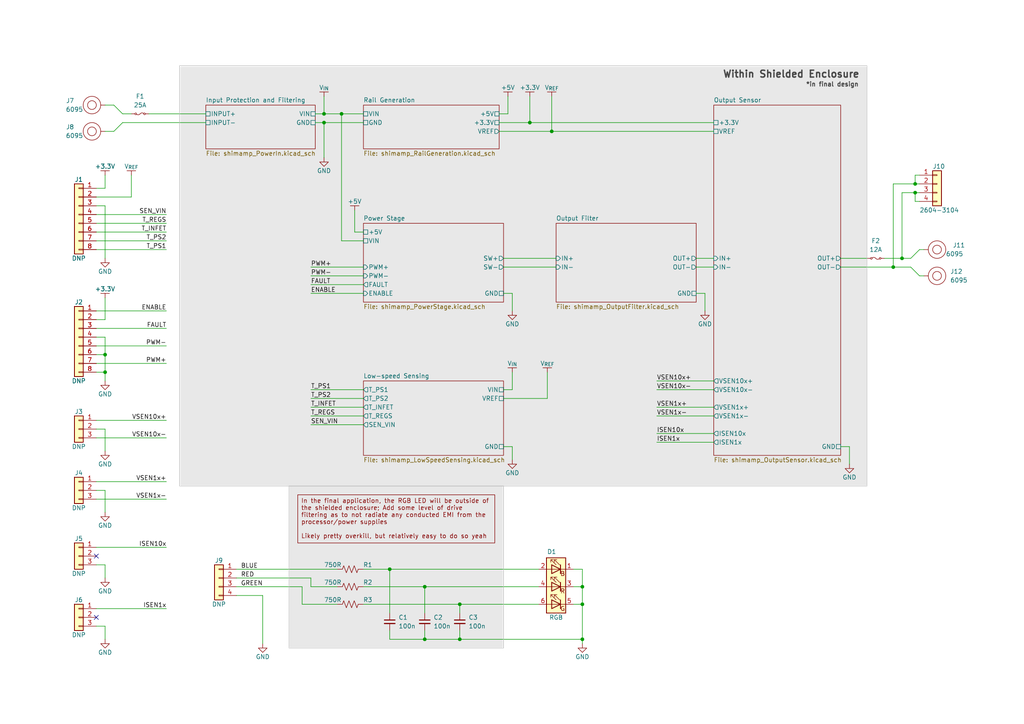
<source format=kicad_sch>
(kicad_sch (version 20230121) (generator eeschema)
  (paper "A4")
  (title_block (title "Shim Amplifier Prototype") (date "2023-08-01") (rev "A.1") (company "Ishaan Govindarajan"))
  (lib_symbols
    (symbol "Connector_Generic:Conn_01x03" (pin_names (offset 1.016) hide)
      (property "Reference" "J" (at 0 5.08 0))
      (property "Value" "Conn_01x03" (at 0 -5.08 0))
      (symbol "Conn_01x03_1_1"
        (rectangle (start -1.27 -2.413) (end 0 -2.667) (stroke (width 0.1524)))
        (rectangle (start -1.27 0.127) (end 0 -0.127) (stroke (width 0.1524)))
        (rectangle (start -1.27 2.667) (end 0 2.413) (stroke (width 0.1524)))
        (rectangle (start -1.27 3.81) (end 1.27 -3.81) (stroke (width 0.254)) (fill (type background)))
        (pin passive line (at -5.08 2.54 0) (length 3.81) (name "Pin_1") (number "1"))
        (pin passive line (at -5.08 0 0) (length 3.81) (name "Pin_2") (number "2"))
        (pin passive line (at -5.08 -2.54 0) (length 3.81) (name "Pin_3") (number "3"))
      )
    )
    (symbol "Connector_Generic:Conn_01x04" (pin_names (offset 1.016) hide)
      (property "Reference" "J" (at 0 5.08 0))
      (property "Value" "Conn_01x04" (at 0 -7.62 0))
      (symbol "Conn_01x04_1_1"
        (rectangle (start -1.27 -4.953) (end 0 -5.207) (stroke (width 0.1524)))
        (rectangle (start -1.27 -2.413) (end 0 -2.667) (stroke (width 0.1524)))
        (rectangle (start -1.27 0.127) (end 0 -0.127) (stroke (width 0.1524)))
        (rectangle (start -1.27 2.667) (end 0 2.413) (stroke (width 0.1524)))
        (rectangle (start -1.27 3.81) (end 1.27 -6.35) (stroke (width 0.254)) (fill (type background)))
        (pin passive line (at -5.08 2.54 0) (length 3.81) (name "Pin_1") (number "1"))
        (pin passive line (at -5.08 0 0) (length 3.81) (name "Pin_2") (number "2"))
        (pin passive line (at -5.08 -2.54 0) (length 3.81) (name "Pin_3") (number "3"))
        (pin passive line (at -5.08 -5.08 0) (length 3.81) (name "Pin_4") (number "4"))
      )
    )
    (symbol "Connector_Generic:Conn_01x08" (pin_names (offset 1.016) hide)
      (property "Reference" "J" (at 0 10.16 0))
      (property "Value" "Conn_01x08" (at 0 -12.7 0))
      (symbol "Conn_01x08_1_1"
        (rectangle (start -1.27 -10.033) (end 0 -10.287) (stroke (width 0.1524)))
        (rectangle (start -1.27 -7.493) (end 0 -7.747) (stroke (width 0.1524)))
        (rectangle (start -1.27 -4.953) (end 0 -5.207) (stroke (width 0.1524)))
        (rectangle (start -1.27 -2.413) (end 0 -2.667) (stroke (width 0.1524)))
        (rectangle (start -1.27 0.127) (end 0 -0.127) (stroke (width 0.1524)))
        (rectangle (start -1.27 2.667) (end 0 2.413) (stroke (width 0.1524)))
        (rectangle (start -1.27 5.207) (end 0 4.953) (stroke (width 0.1524)))
        (rectangle (start -1.27 7.747) (end 0 7.493) (stroke (width 0.1524)))
        (rectangle (start -1.27 8.89) (end 1.27 -11.43) (stroke (width 0.254)) (fill (type background)))
        (pin passive line (at -5.08 7.62 0) (length 3.81) (name "Pin_1") (number "1"))
        (pin passive line (at -5.08 5.08 0) (length 3.81) (name "Pin_2") (number "2"))
        (pin passive line (at -5.08 2.54 0) (length 3.81) (name "Pin_3") (number "3"))
        (pin passive line (at -5.08 0 0) (length 3.81) (name "Pin_4") (number "4"))
        (pin passive line (at -5.08 -2.54 0) (length 3.81) (name "Pin_5") (number "5"))
        (pin passive line (at -5.08 -5.08 0) (length 3.81) (name "Pin_6") (number "6"))
        (pin passive line (at -5.08 -7.62 0) (length 3.81) (name "Pin_7") (number "7"))
        (pin passive line (at -5.08 -10.16 0) (length 3.81) (name "Pin_8") (number "8"))
      )
    )
    (symbol "Custom-Capacitor:CL10B104KB8NNWC" (pin_numbers hide) (pin_names (offset 0.254) hide)
      (property "Reference" "C" (at 0.254 1.778 0))
      (property "Value" "100n" (at 0.254 -2.032 0))
      (symbol "CL10B104KB8NNWC_0_1"
        (polyline (pts (xy -1.524 -0.508) (xy 1.524 -0.508)) (stroke (width 0.3302)))
        (polyline (pts (xy -1.524 0.508) (xy 1.524 0.508)) (stroke (width 0.3048)))
      )
      (symbol "CL10B104KB8NNWC_1_1"
        (pin passive line (at 0 2.54 270) (length 2.032) (name "~") (number "1"))
        (pin passive line (at 0 -2.54 90) (length 2.032) (name "~") (number "2"))
      )
    )
    (symbol "Custom-CircuitProtection:0685H9120-01" (pin_numbers hide) (pin_names (offset 0.254) hide)
      (property "Reference" "F" (at 0 -1.524 0))
      (property "Value" "12A" (at 0 1.524 0))
      (symbol "0685H9120-01_0_1"
        (circle (center -1.27 0) (radius 0.254))
        (arc (start -1.016 -0.127) (mid -0.4817 -0.2737) (end 0 0))
        (arc (start 1.016 0.127) (mid 0.4818 0.2727) (end 0 0))
        (circle (center 1.27 0) (radius 0.254))
      )
      (symbol "0685H9120-01_1_1"
        (pin passive line (at -2.54 0 0) (length 0.9525) (name "~") (number "1"))
        (pin passive line (at 2.54 0 180) (length 0.9525) (name "~") (number "2"))
      )
    )
    (symbol "Custom-CircuitProtection:0685H9250-01" (pin_numbers hide) (pin_names (offset 0.254) hide)
      (property "Reference" "F" (at 0 -1.524 0))
      (property "Value" "25A" (at 0 1.524 0))
      (symbol "0685H9250-01_0_1"
        (circle (center -1.27 0) (radius 0.254))
        (arc (start -1.016 -0.127) (mid -0.4817 -0.2737) (end 0 0))
        (arc (start 1.016 0.127) (mid 0.4818 0.2727) (end 0 0))
        (circle (center 1.27 0) (radius 0.254))
      )
      (symbol "0685H9250-01_1_1"
        (pin passive line (at -2.54 0 0) (length 0.9525) (name "~") (number "1"))
        (pin passive line (at 2.54 0 180) (length 0.9525) (name "~") (number "2"))
      )
    )
    (symbol "Custom-Connector:KEYSTONE-6095"
      (property "Reference" "J" (at -2.54 2.54 0))
      (property "Value" "6095" (at 0 -3.81 0))
      (symbol "KEYSTONE-6095_0_1"
        (circle (center 0 0) (radius 1.27))
        (circle (center 0 0) (radius 2.54))
      )
      (symbol "KEYSTONE-6095_1_1"
        (pin passive line (at -3.81 0 0) (length 1.27) (name "") (number "1"))
      )
    )
    (symbol "Custom-Connector:WAGO_2604-3104"
      (property "Reference" "J" (at 0 6.35 0))
      (property "Value" "2604-3104" (at 0 -6.35 0))
      (symbol "WAGO_2604-3104_1_1"
        (rectangle (start -1.27 -3.683) (end 0 -3.937) (stroke (width 0.1524)))
        (rectangle (start -1.27 -1.143) (end 0 -1.397) (stroke (width 0.1524)))
        (rectangle (start -1.27 1.397) (end 0 1.143) (stroke (width 0.1524)))
        (rectangle (start -1.27 3.937) (end 0 3.683) (stroke (width 0.1524)))
        (rectangle (start -1.27 5.08) (end 1.27 -5.08) (stroke (width 0.254)) (fill (type background)))
        (pin passive line (at -5.08 3.81 0) (length 3.81) (name "") (number "1"))
        (pin passive line (at -5.08 1.27 0) (length 3.81) (name "") (number "2"))
        (pin passive line (at -5.08 -1.27 0) (length 3.81) (name "") (number "3"))
        (pin passive line (at -5.08 -3.81 0) (length 3.81) (name "") (number "4"))
      )
    )
    (symbol "Custom-Optoelectronic:150505M173300" (pin_names (offset 0) hide)
      (property "Reference" "D" (at 0 11.43 0))
      (property "Value" "RGB" (at 0 9.398 0))
      (symbol "150505M173300_0_1"
        (polyline (pts (xy -1.27 -5.08) (xy -2.54 -5.08)))
        (polyline (pts (xy -1.27 -3.81) (xy -1.27 -6.35)) (stroke (width 0.254)))
        (polyline (pts (xy -1.27 0) (xy -2.54 0)))
        (polyline (pts (xy -1.27 1.27) (xy -1.27 -1.27)) (stroke (width 0.254)))
        (polyline (pts (xy -1.27 5.08) (xy -2.54 5.08)))
        (polyline (pts (xy -1.27 5.08) (xy 1.27 5.08)))
        (polyline (pts (xy -1.27 6.35) (xy -1.27 3.81)) (stroke (width 0.254)))
        (polyline (pts (xy -1.016 0) (xy 1.27 0)))
        (polyline (pts (xy 1.27 -5.08) (xy -1.27 -5.08)))
        (polyline (pts (xy 1.27 -5.08) (xy 2.54 -5.08)))
        (polyline (pts (xy 1.27 5.08) (xy 2.54 5.08)))
        (polyline (pts (xy 2.54 0) (xy 1.27 0)))
        (polyline (pts (xy -1.27 1.27) (xy -1.27 -1.27) (xy -1.27 -1.27)))
        (polyline (pts (xy -1.27 6.35) (xy -1.27 3.81) (xy -1.27 3.81)))
        (polyline (pts (xy 1.27 -3.81) (xy 1.27 -6.35) (xy -1.27 -5.08) (xy 1.27 -3.81)) (stroke (width 0.254)))
        (polyline (pts (xy 1.27 1.27) (xy 1.27 -1.27) (xy -1.27 0) (xy 1.27 1.27)) (stroke (width 0.254)))
        (polyline (pts (xy 1.27 6.35) (xy 1.27 3.81) (xy -1.27 5.08) (xy 1.27 6.35)) (stroke (width 0.254)))
        (polyline (pts (xy -1.016 -3.81) (xy 0.508 -2.286) (xy -0.254 -2.286) (xy 0.508 -2.286) (xy 0.508 -3.048)))
        (polyline (pts (xy -1.016 1.27) (xy 0.508 2.794) (xy -0.254 2.794) (xy 0.508 2.794) (xy 0.508 2.032)))
        (polyline (pts (xy -1.016 6.35) (xy 0.508 7.874) (xy -0.254 7.874) (xy 0.508 7.874) (xy 0.508 7.112)))
        (polyline (pts (xy 0 -3.81) (xy 1.524 -2.286) (xy 0.762 -2.286) (xy 1.524 -2.286) (xy 1.524 -3.048)))
        (polyline (pts (xy 0 1.27) (xy 1.524 2.794) (xy 0.762 2.794) (xy 1.524 2.794) (xy 1.524 2.032)))
        (polyline (pts (xy 0 6.35) (xy 1.524 7.874) (xy 0.762 7.874) (xy 1.524 7.874) (xy 1.524 7.112)))
        (rectangle (start 1.27 -1.27) (end 1.27 1.27))
        (rectangle (start 1.27 1.27) (end 1.27 1.27))
        (rectangle (start 1.27 3.81) (end 1.27 6.35))
        (rectangle (start 1.27 6.35) (end 1.27 6.35))
        (rectangle (start 2.794 8.382) (end -2.794 -7.62) (stroke (width 0.254)) (fill (type background)))
      )
      (symbol "150505M173300_1_0"
        (text "B" (at -1.905 3.81 0) (effects (font (size 1.27 1.27))))
        (text "G" (at -1.905 -6.35 0) (effects (font (size 1.27 1.27))))
        (text "R" (at -1.905 -1.27 0) (effects (font (size 1.27 1.27))))
      )
      (symbol "150505M173300_1_1"
        (pin passive line (at -5.08 5.08 0) (length 2.54) (name "BK") (number "1"))
        (pin passive line (at 5.08 5.08 180) (length 2.54) (name "BA") (number "2"))
        (pin passive line (at -5.08 0 0) (length 2.54) (name "RK") (number "3"))
        (pin passive line (at 5.08 0 180) (length 2.54) (name "RA") (number "4"))
        (pin passive line (at -5.08 -5.08 0) (length 2.54) (name "GK") (number "5"))
        (pin passive line (at 5.08 -5.08 180) (length 2.54) (name "GA") (number "6"))
      )
    )
    (symbol "Custom-PwrSym:+3.3V" (power) (pin_names (offset 0))
      (property "Value" "+3.3V" (at 0 2.54 0))
      (symbol "+3.3V_0_1"
        (polyline (pts (xy -1.27 1.27) (xy 1.27 1.27)))
        (polyline (pts (xy 0 0) (xy 0 1.27)))
      )
      (symbol "+3.3V_1_1"
        (pin power_in line (at 0 0 90) (length 0) hide (name "+3.3V") (number "1"))
      )
    )
    (symbol "Custom-PwrSym:+5V" (power) (pin_names (offset 0))
      (property "Value" "+5V" (at 0 2.54 0))
      (symbol "+5V_0_1"
        (polyline (pts (xy -1.27 1.27) (xy 1.27 1.27)))
        (polyline (pts (xy 0 0) (xy 0 1.27)))
      )
      (symbol "+5V_1_1"
        (pin power_in line (at 0 0 90) (length 0) hide (name "+5V") (number "1"))
      )
    )
    (symbol "Custom-PwrSym:VIN" (power) (pin_names (offset 0))
      (property "Value" "V_{IN}" (at 0 2.54 0))
      (symbol "VIN_0_1"
        (polyline (pts (xy -1.27 1.27) (xy 1.27 1.27)))
        (polyline (pts (xy 0 0) (xy 0 1.27)))
      )
      (symbol "VIN_1_1"
        (pin power_in line (at 0 0 90) (length 0) hide (name "V_{IN}") (number "1"))
      )
    )
    (symbol "Custom-PwrSym:VREF" (power) (pin_names (offset 0))
      (property "Value" "V_{REF}" (at 0 2.54 0))
      (symbol "VREF_0_1"
        (polyline (pts (xy -1.27 1.27) (xy 1.27 1.27)))
        (polyline (pts (xy 0 0) (xy 0 1.27)))
      )
      (symbol "VREF_1_1"
        (pin power_in line (at 0 0 90) (length 0) hide (name "V_{REF}") (number "1"))
      )
    )
    (symbol "Custom-Resistor:RMCF0603FT750R" (pin_numbers hide) (pin_names (offset 0))
      (property "Reference" "R" (at 2.54 0 90))
      (property "Value" "750R" (at -2.54 0 90))
      (symbol "RMCF0603FT750R_0_1"
        (polyline (pts (xy 0 -2.286) (xy 0 -2.54)))
        (polyline (pts (xy 0 2.286) (xy 0 2.54)))
        (polyline (pts (xy 0 -0.762) (xy 1.016 -1.143) (xy 0 -1.524) (xy -1.016 -1.905) (xy 0 -2.286)))
        (polyline (pts (xy 0 0.762) (xy 1.016 0.381) (xy 0 0) (xy -1.016 -0.381) (xy 0 -0.762)))
        (polyline (pts (xy 0 2.286) (xy 1.016 1.905) (xy 0 1.524) (xy -1.016 1.143) (xy 0 0.762)))
      )
      (symbol "RMCF0603FT750R_1_1"
        (pin passive line (at 0 3.81 270) (length 1.27) (name "~") (number "1"))
        (pin passive line (at 0 -3.81 90) (length 1.27) (name "~") (number "2"))
      )
    )
    (symbol "power:GND" (power) (pin_names (offset 0))
      (property "Value" "GND" (at 0 -3.81 0))
      (symbol "GND_0_1"
        (polyline (pts (xy 0 0) (xy 0 -1.27) (xy 1.27 -1.27) (xy 0 -2.54) (xy -1.27 -1.27) (xy 0 -1.27)))
      )
      (symbol "GND_1_1"
        (pin power_in line (at 0 0 270) (length 0) hide (name "GND") (number "1"))
      )
    )
  )
  (junction (at 30.48 107.95))
  (junction (at 99.06 33.02))
  (junction (at 168.91 185.42))
  (junction (at 265.43 55.88))
  (junction (at 259.08 77.47))
  (junction (at 123.19 185.42))
  (junction (at 30.48 102.87))
  (junction (at 168.91 170.18))
  (junction (at 168.91 175.26))
  (junction (at 93.98 33.02))
  (junction (at 133.35 175.26))
  (junction (at 261.62 74.93))
  (junction (at 133.35 185.42))
  (junction (at 160.02 38.1))
  (junction (at 93.98 35.56))
  (junction (at 265.43 53.34))
  (junction (at 153.67 35.56))
  (junction (at 113.03 165.1))
  (junction (at 123.19 170.18))
  (no_connect (at 27.94 161.29))
  (no_connect (at 27.94 179.07))
  (wire (pts (xy 243.84 74.93) (xy 251.46 74.93)))
  (wire (pts (xy 201.93 77.47) (xy 207.01 77.47)))
  (wire (pts (xy 113.03 165.1) (xy 113.03 177.8)))
  (wire (pts (xy 91.44 33.02) (xy 93.98 33.02)))
  (wire (pts (xy 259.08 53.34) (xy 259.08 77.47)))
  (wire (pts (xy 33.02 38.1) (xy 35.56 35.56)))
  (wire (pts (xy 265.43 55.88) (xy 266.7 55.88)))
  (wire (pts (xy 261.62 55.88) (xy 265.43 55.88)))
  (wire (pts (xy 87.63 170.18) (xy 68.58 170.18)))
  (wire (pts (xy 144.78 33.02) (xy 147.32 33.02)))
  (wire (pts (xy 146.05 85.09) (xy 148.59 85.09)))
  (wire (pts (xy 90.17 170.18) (xy 90.17 167.64)))
  (wire (pts (xy 27.94 139.7) (xy 48.26 139.7)))
  (wire (pts (xy 90.17 118.11) (xy 105.41 118.11)))
  (wire (pts (xy 204.47 85.09) (xy 204.47 90.17)))
  (wire (pts (xy 160.02 27.94) (xy 160.02 38.1)))
  (wire (pts (xy 265.43 50.8) (xy 265.43 53.34)))
  (wire (pts (xy 201.93 74.93) (xy 207.01 74.93)))
  (wire (pts (xy 90.17 123.19) (xy 105.41 123.19)))
  (wire (pts (xy 99.06 33.02) (xy 105.41 33.02)))
  (wire (pts (xy 158.75 107.95) (xy 158.75 115.57)))
  (wire (pts (xy 168.91 175.26) (xy 168.91 185.42)))
  (wire (pts (xy 133.35 175.26) (xy 105.41 175.26)))
  (wire (pts (xy 113.03 165.1) (xy 156.21 165.1)))
  (wire (pts (xy 105.41 165.1) (xy 113.03 165.1)))
  (wire (pts (xy 256.54 74.93) (xy 261.62 74.93)))
  (wire (pts (xy 30.48 59.69) (xy 30.48 74.93)))
  (wire (pts (xy 133.35 185.42) (xy 168.91 185.42)))
  (wire (pts (xy 76.2 172.72) (xy 76.2 186.69)))
  (wire (pts (xy 30.48 181.61) (xy 30.48 185.42)))
  (wire (pts (xy 207.01 128.27) (xy 190.5 128.27)))
  (wire (pts (xy 265.43 53.34) (xy 266.7 53.34)))
  (wire (pts (xy 153.67 27.94) (xy 153.67 35.56)))
  (wire (pts (xy 27.94 95.25) (xy 48.26 95.25)))
  (wire (pts (xy 30.48 142.24) (xy 30.48 148.59)))
  (wire (pts (xy 93.98 27.94) (xy 93.98 33.02)))
  (wire (pts (xy 27.94 158.75) (xy 48.26 158.75)))
  (wire (pts (xy 35.56 33.02) (xy 38.1 33.02)))
  (wire (pts (xy 201.93 85.09) (xy 204.47 85.09)))
  (wire (pts (xy 105.41 69.85) (xy 99.06 69.85)))
  (wire (pts (xy 99.06 69.85) (xy 99.06 33.02)))
  (wire (pts (xy 266.7 80.01) (xy 267.97 80.01)))
  (wire (pts (xy 160.02 38.1) (xy 207.01 38.1)))
  (wire (pts (xy 87.63 175.26) (xy 87.63 170.18)))
  (wire (pts (xy 148.59 107.95) (xy 148.59 113.03)))
  (wire (pts (xy 146.05 129.54) (xy 148.59 129.54)))
  (wire (pts (xy 168.91 170.18) (xy 168.91 175.26)))
  (wire (pts (xy 207.01 125.73) (xy 190.5 125.73)))
  (wire (pts (xy 90.17 167.64) (xy 68.58 167.64)))
  (wire (pts (xy 207.01 120.65) (xy 190.5 120.65)))
  (wire (pts (xy 30.48 97.79) (xy 30.48 102.87)))
  (wire (pts (xy 68.58 165.1) (xy 97.79 165.1)))
  (wire (pts (xy 265.43 58.42) (xy 266.7 58.42)))
  (wire (pts (xy 97.79 170.18) (xy 90.17 170.18)))
  (wire (pts (xy 27.94 72.39) (xy 48.26 72.39)))
  (wire (pts (xy 27.94 142.24) (xy 30.48 142.24)))
  (wire (pts (xy 259.08 53.34) (xy 265.43 53.34)))
  (wire (pts (xy 27.94 102.87) (xy 30.48 102.87)))
  (wire (pts (xy 261.62 55.88) (xy 261.62 74.93)))
  (wire (pts (xy 27.94 57.15) (xy 38.1 57.15)))
  (wire (pts (xy 168.91 185.42) (xy 168.91 186.69)))
  (wire (pts (xy 27.94 92.71) (xy 30.48 92.71)))
  (wire (pts (xy 168.91 165.1) (xy 168.91 170.18)))
  (wire (pts (xy 38.1 50.8) (xy 38.1 57.15)))
  (wire (pts (xy 146.05 74.93) (xy 161.29 74.93)))
  (wire (pts (xy 30.48 38.1) (xy 33.02 38.1)))
  (wire (pts (xy 27.94 127) (xy 48.26 127)))
  (wire (pts (xy 27.94 176.53) (xy 48.26 176.53)))
  (wire (pts (xy 27.94 105.41) (xy 48.26 105.41)))
  (wire (pts (xy 30.48 102.87) (xy 30.48 107.95)))
  (wire (pts (xy 243.84 129.54) (xy 246.38 129.54)))
  (wire (pts (xy 153.67 35.56) (xy 207.01 35.56)))
  (wire (pts (xy 30.48 54.61) (xy 30.48 50.8)))
  (wire (pts (xy 30.48 163.83) (xy 30.48 167.64)))
  (wire (pts (xy 147.32 33.02) (xy 147.32 27.94)))
  (wire (pts (xy 146.05 113.03) (xy 148.59 113.03)))
  (wire (pts (xy 90.17 120.65) (xy 105.41 120.65)))
  (wire (pts (xy 35.56 33.02) (xy 33.02 30.48)))
  (wire (pts (xy 93.98 35.56) (xy 105.41 35.56)))
  (wire (pts (xy 93.98 33.02) (xy 99.06 33.02)))
  (wire (pts (xy 90.17 85.09) (xy 105.41 85.09)))
  (wire (pts (xy 91.44 35.56) (xy 93.98 35.56)))
  (wire (pts (xy 68.58 172.72) (xy 76.2 172.72)))
  (wire (pts (xy 97.79 175.26) (xy 87.63 175.26)))
  (wire (pts (xy 102.87 67.31) (xy 105.41 67.31)))
  (wire (pts (xy 123.19 185.42) (xy 133.35 185.42)))
  (wire (pts (xy 93.98 35.56) (xy 93.98 45.72)))
  (wire (pts (xy 148.59 129.54) (xy 148.59 133.35)))
  (wire (pts (xy 266.7 50.8) (xy 265.43 50.8)))
  (wire (pts (xy 207.01 110.49) (xy 190.5 110.49)))
  (wire (pts (xy 166.37 165.1) (xy 168.91 165.1)))
  (wire (pts (xy 90.17 113.03) (xy 105.41 113.03)))
  (wire (pts (xy 267.97 72.39) (xy 266.7 72.39)))
  (wire (pts (xy 168.91 175.26) (xy 166.37 175.26)))
  (wire (pts (xy 27.94 107.95) (xy 30.48 107.95)))
  (wire (pts (xy 144.78 35.56) (xy 153.67 35.56)))
  (wire (pts (xy 90.17 115.57) (xy 105.41 115.57)))
  (wire (pts (xy 27.94 90.17) (xy 48.26 90.17)))
  (wire (pts (xy 27.94 67.31) (xy 48.26 67.31)))
  (wire (pts (xy 30.48 86.36) (xy 30.48 92.71)))
  (wire (pts (xy 30.48 107.95) (xy 30.48 110.49)))
  (wire (pts (xy 207.01 113.03) (xy 190.5 113.03)))
  (wire (pts (xy 264.16 77.47) (xy 266.7 80.01)))
  (wire (pts (xy 146.05 115.57) (xy 158.75 115.57)))
  (wire (pts (xy 264.16 74.93) (xy 266.7 72.39)))
  (wire (pts (xy 113.03 185.42) (xy 123.19 185.42)))
  (wire (pts (xy 35.56 35.56) (xy 59.69 35.56)))
  (wire (pts (xy 90.17 77.47) (xy 105.41 77.47)))
  (wire (pts (xy 261.62 74.93) (xy 264.16 74.93)))
  (wire (pts (xy 168.91 170.18) (xy 166.37 170.18)))
  (wire (pts (xy 27.94 62.23) (xy 48.26 62.23)))
  (wire (pts (xy 30.48 124.46) (xy 30.48 130.81)))
  (wire (pts (xy 27.94 124.46) (xy 30.48 124.46)))
  (wire (pts (xy 113.03 182.88) (xy 113.03 185.42)))
  (wire (pts (xy 90.17 82.55) (xy 105.41 82.55)))
  (wire (pts (xy 259.08 77.47) (xy 264.16 77.47)))
  (wire (pts (xy 27.94 163.83) (xy 30.48 163.83)))
  (wire (pts (xy 156.21 175.26) (xy 133.35 175.26)))
  (wire (pts (xy 123.19 170.18) (xy 123.19 177.8)))
  (wire (pts (xy 243.84 77.47) (xy 259.08 77.47)))
  (wire (pts (xy 27.94 97.79) (xy 30.48 97.79)))
  (wire (pts (xy 27.94 59.69) (xy 30.48 59.69)))
  (wire (pts (xy 265.43 55.88) (xy 265.43 58.42)))
  (wire (pts (xy 146.05 77.47) (xy 161.29 77.47)))
  (wire (pts (xy 246.38 129.54) (xy 246.38 134.62)))
  (wire (pts (xy 27.94 121.92) (xy 48.26 121.92)))
  (wire (pts (xy 123.19 182.88) (xy 123.19 185.42)))
  (wire (pts (xy 90.17 80.01) (xy 105.41 80.01)))
  (wire (pts (xy 123.19 170.18) (xy 105.41 170.18)))
  (wire (pts (xy 27.94 69.85) (xy 48.26 69.85)))
  (wire (pts (xy 102.87 60.96) (xy 102.87 67.31)))
  (wire (pts (xy 27.94 54.61) (xy 30.48 54.61)))
  (wire (pts (xy 133.35 182.88) (xy 133.35 185.42)))
  (wire (pts (xy 156.21 170.18) (xy 123.19 170.18)))
  (wire (pts (xy 27.94 100.33) (xy 48.26 100.33)))
  (wire (pts (xy 207.01 118.11) (xy 190.5 118.11)))
  (wire (pts (xy 133.35 175.26) (xy 133.35 177.8)))
  (wire (pts (xy 43.18 33.02) (xy 59.69 33.02)))
  (wire (pts (xy 27.94 144.78) (xy 48.26 144.78)))
  (wire (pts (xy 27.94 181.61) (xy 30.48 181.61)))
  (wire (pts (xy 27.94 64.77) (xy 48.26 64.77)))
  (wire (pts (xy 144.78 38.1) (xy 160.02 38.1)))
  (wire (pts (xy 148.59 85.09) (xy 148.59 90.17)))
  (wire (pts (xy 30.48 30.48) (xy 33.02 30.48)))
  (rectangle (start 83.82 140.97) (end 146.05 187.96) (stroke (width 0) (color 194 194 194 1)) (fill (type color) (color 232 232 232 1)))
  (rectangle (start 52.07 19.05) (end 251.46 140.97) (stroke (width 0) (color 194 194 194 1)) (fill (type color) (color 232 232 232 1)))
  (text_box "In the final application, the RGB LED will be outside of the shielded enclosure; Add some level of drive filtering as to not radiate any conducted EMI from the processor/power supplies\n\nLikely pretty overkill, but relatively easy to do so yeah" (at 86.36 143.51 0) (size 57.15 13.97) (stroke (width 0) (color 132 0 0 1)) (fill (type color) (color 255 255 194 1)) (effects (font (size 1.27 1.27)) (justify left top)))
  (text "*in final design" (at 233.68 25.4 0) (effects (font (size 1.27 1.27) (thickness 0.254) bold) (justify left bottom)))
  (text "Within Shielded Enclosure" (at 209.55 22.86 0) (effects (font (size 2 2) (thickness 0.4) bold) (justify left bottom)))
  (label "VSEN10x-" (at 48.26 127 180))
  (label "SEN_VIN" (at 48.26 62.23 180))
  (label "T_REGS" (at 48.26 64.77 180))
  (label "T_PS2" (at 90.17 115.57 0))
  (label "VSEN1x+" (at 48.26 139.7 180))
  (label "ISEN1x" (at 48.26 176.53 180))
  (label "ISEN10x" (at 48.26 158.75 180))
  (label "VSEN10x+" (at 190.5 110.49 0))
  (label "T_INFET" (at 90.17 118.11 0))
  (label "GREEN" (at 69.85 170.18 0))
  (label "FAULT" (at 48.26 95.25 180))
  (label "T_PS2" (at 48.26 69.85 180))
  (label "ISEN10x" (at 190.5 125.73 0))
  (label "T_PS1" (at 48.26 72.39 180))
  (label "VSEN10x+" (at 48.26 121.92 180))
  (label "VSEN10x-" (at 190.5 113.03 0))
  (label "PWM+" (at 90.17 77.47 0))
  (label "T_REGS" (at 90.17 120.65 0))
  (label "PWM-" (at 90.17 80.01 0))
  (label "VSEN1x+" (at 190.5 118.11 0))
  (label "ENABLE" (at 90.17 85.09 0))
  (label "VSEN1x-" (at 48.26 144.78 180))
  (label "RED" (at 69.85 167.64 0))
  (label "PWM+" (at 48.26 105.41 180))
  (label "BLUE" (at 69.85 165.1 0))
  (label "FAULT" (at 90.17 82.55 0))
  (label "SEN_VIN" (at 90.17 123.19 0))
  (label "T_PS1" (at 90.17 113.03 0))
  (label "PWM-" (at 48.26 100.33 180))
  (label "ISEN1x" (at 190.5 128.27 0))
  (label "T_INFET" (at 48.26 67.31 180))
  (label "ENABLE" (at 48.26 90.17 180))
  (label "VSEN1x-" (at 190.5 120.65 0))
  (symbol (lib_id "Connector_Generic:Conn_01x03") (at 22.86 161.29 0) (mirror y) (unit 1)
    (property "Reference" "J5" (at 22.86 156.21 0))
    (property "Value" "DNP" (at 22.86 166.37 0))
    (property "Footprint" "Connector_PinHeader_2.54mm:PinHeader_1x03_P2.54mm_Vertical" (effects hide))
  )
  (symbol (lib_id "Custom-PwrSym:+3.3V") (at 30.48 50.8 0) (unit 1)
    (property "Reference" "#PWR01" (effects hide))
    (property "Value" "+3.3V" (at 30.48 48.26 0))
  )
  (symbol (lib_id "Custom-PwrSym:VIN") (at 93.98 27.94 0) (unit 1)
    (property "Reference" "#PWR011" (effects hide))
    (property "Value" "V_{IN}" (at 93.98 25.4 0))
  )
  (symbol (lib_id "Connector_Generic:Conn_01x03") (at 22.86 124.46 0) (mirror y) (unit 1)
    (property "Reference" "J3" (at 22.86 119.38 0))
    (property "Value" "DNP" (at 22.86 129.54 0))
    (property "Footprint" "Connector_PinHeader_2.54mm:PinHeader_1x03_P2.54mm_Vertical" (effects hide))
  )
  (symbol (lib_id "power:GND") (at 204.47 90.17 0) (unit 1)
    (property "Reference" "#PWR022" (effects hide))
    (property "Value" "GND" (at 204.47 93.98 0))
  )
  (symbol (lib_id "Custom-PwrSym:+5V") (at 102.87 60.96 0) (unit 1)
    (property "Reference" "#PWR013" (effects hide))
    (property "Value" "+5V" (at 102.87 58.42 0))
  )
  (symbol (lib_id "Custom-Capacitor:CL10B104KB8NNWC") (at 113.03 180.34 0) (unit 1)
    (property "Reference" "C1" (at 115.57 179.0763 0) (effects (justify left)))
    (property "Value" "100n" (at 115.57 181.6163 0) (effects (justify left)))
    (property "Footprint" "Capacitor_SMD:C_0603_1608Metric_Pad1.08x0.95mm_HandSolder" (effects hide))
    (property "Datasheet" "https://product.samsungsem.com/mlcc/CL31B106KAHNFN.do" (effects hide))
    (property "Manufacturer" "Samsung Electro-Mechanics" (effects hide))
    (property "Part Number" "CL10B104KB8NNWC" (effects hide))
  )
  (symbol (lib_id "Connector_Generic:Conn_01x08") (at 22.86 97.79 0) (mirror y) (unit 1)
    (property "Reference" "J2" (at 22.86 87.63 0))
    (property "Value" "DNP" (at 22.86 110.49 0))
    (property "Footprint" "Connector_PinHeader_2.54mm:PinHeader_1x08_P2.54mm_Vertical" (effects hide))
  )
  (symbol (lib_id "Custom-Connector:KEYSTONE-6095") (at 26.67 38.1 0) (mirror y) (unit 1)
    (property "Reference" "J8" (at 20.32 36.83 0))
    (property "Value" "6095" (at 21.59 39.37 0))
    (property "Footprint" "Custom-Electromechanical:Keystone 6095" (effects hide))
    (property "Datasheet" "https://www.keyelco.com/userAssets/file/M65p111.pdf" (effects hide))
    (property "Manufacturer" "Keystone Electronics" (effects hide))
    (property "Part Number" "6095" (effects hide))
  )
  (symbol (lib_id "Custom-Connector:WAGO_2604-3104") (at 271.78 54.61 0) (unit 1)
    (property "Reference" "J10" (at 270.51 48.26 0) (effects (justify left)))
    (property "Value" "2604-3104" (at 266.7 60.96 0) (effects (justify left)))
    (property "Footprint" "Custom-Connector:Wago_2604-3104" (effects hide))
    (property "Datasheet" "https://www.wago.com/global/products/datasheets/Datasheet.pdf?product=2604-3104&lang=en" (effects hide))
    (property "Manufacturer" "WAGO Corporation" (effects hide))
    (property "Part Number" "2604-3104" (effects hide))
  )
  (symbol (lib_id "Custom-PwrSym:+3.3V") (at 30.48 86.36 0) (unit 1)
    (property "Reference" "#PWR03" (effects hide))
    (property "Value" "+3.3V" (at 30.48 83.82 0))
  )
  (symbol (lib_id "Custom-PwrSym:+3.3V") (at 153.67 27.94 0) (unit 1)
    (property "Reference" "#PWR018" (effects hide))
    (property "Value" "+3.3V" (at 153.67 25.4 0))
  )
  (symbol (lib_id "power:GND") (at 148.59 90.17 0) (unit 1)
    (property "Reference" "#PWR015" (effects hide))
    (property "Value" "GND" (at 148.59 93.98 0))
  )
  (symbol (lib_id "Custom-Capacitor:CL10B104KB8NNWC") (at 123.19 180.34 0) (unit 1)
    (property "Reference" "C2" (at 125.73 179.0763 0) (effects (justify left)))
    (property "Value" "100n" (at 125.73 181.6163 0) (effects (justify left)))
    (property "Footprint" "Capacitor_SMD:C_0603_1608Metric_Pad1.08x0.95mm_HandSolder" (effects hide))
    (property "Datasheet" "https://product.samsungsem.com/mlcc/CL31B106KAHNFN.do" (effects hide))
    (property "Manufacturer" "Samsung Electro-Mechanics" (effects hide))
    (property "Part Number" "CL10B104KB8NNWC" (effects hide))
  )
  (symbol (lib_id "Custom-CircuitProtection:0685H9120-01") (at 254 74.93 0) (mirror x) (unit 1)
    (property "Reference" "F2" (at 254 69.85 0))
    (property "Value" "12A" (at 254 72.39 0))
    (property "Footprint" "Fuse:Fuse_1206_3216Metric_Pad1.42x1.75mm_HandSolder" (effects hide))
    (property "Datasheet" "https://www.belfuse.com/resources/datasheets/circuitprotection/ds-cp-c1h-series.pdf" (effects hide))
    (property "Manufacturer" "Bel Fuse Inc." (effects hide))
    (property "Part Number" "0685H9120-01" (effects hide))
  )
  (symbol (lib_id "Custom-CircuitProtection:0685H9250-01") (at 40.64 33.02 0) (unit 1)
    (property "Reference" "F1" (at 40.64 27.94 0))
    (property "Value" "25A" (at 40.64 30.48 0))
    (property "Footprint" "Fuse:Fuse_1206_3216Metric_Pad1.42x1.75mm_HandSolder" (effects hide))
    (property "Datasheet" "https://www.belfuse.com/resources/datasheets/circuitprotection/ds-cp-c1h-series.pdf" (effects hide))
    (property "Manufacturer" "Bel Fuse Inc." (effects hide))
    (property "Part Number" "0685H9250-01" (effects hide))
  )
  (symbol (lib_id "power:GND") (at 30.48 167.64 0) (unit 1)
    (property "Reference" "#PWR07" (effects hide))
    (property "Value" "GND" (at 30.48 171.45 0))
  )
  (symbol (lib_id "power:GND") (at 148.59 133.35 0) (unit 1)
    (property "Reference" "#PWR017" (effects hide))
    (property "Value" "GND" (at 148.59 137.16 0))
  )
  (symbol (lib_id "Custom-PwrSym:VIN") (at 148.59 107.95 0) (unit 1)
    (property "Reference" "#PWR016" (effects hide))
    (property "Value" "V_{IN}" (at 148.59 105.41 0))
  )
  (symbol (lib_id "Custom-Connector:KEYSTONE-6095") (at 271.78 72.39 0) (unit 1)
    (property "Reference" "J11" (at 278.13 71.12 0))
    (property "Value" "6095" (at 276.86 73.66 0))
    (property "Footprint" "Custom-Electromechanical:Keystone 6095" (effects hide))
    (property "Datasheet" "https://www.keyelco.com/userAssets/file/M65p111.pdf" (effects hide))
    (property "Manufacturer" "Keystone Electronics" (effects hide))
    (property "Part Number" "6095" (effects hide))
  )
  (symbol (lib_id "Custom-PwrSym:VREF") (at 158.75 107.95 0) (unit 1)
    (property "Reference" "#PWR019" (effects hide))
    (property "Value" "V_{REF}" (at 158.75 105.41 0))
  )
  (symbol (lib_id "power:GND") (at 30.48 130.81 0) (unit 1)
    (property "Reference" "#PWR05" (effects hide))
    (property "Value" "GND" (at 30.48 134.62 0))
  )
  (symbol (lib_id "power:GND") (at 246.38 134.62 0) (unit 1)
    (property "Reference" "#PWR023" (effects hide))
    (property "Value" "GND" (at 246.38 138.43 0))
  )
  (symbol (lib_id "Custom-PwrSym:+5V") (at 147.32 27.94 0) (unit 1)
    (property "Reference" "#PWR014" (effects hide))
    (property "Value" "+5V" (at 147.32 25.4 0))
  )
  (symbol (lib_id "power:GND") (at 30.48 74.93 0) (unit 1)
    (property "Reference" "#PWR02" (effects hide))
    (property "Value" "GND" (at 30.48 78.74 0))
  )
  (symbol (lib_id "power:GND") (at 76.2 186.69 0) (mirror y) (unit 1)
    (property "Reference" "#PWR010" (effects hide))
    (property "Value" "GND" (at 76.2 190.5 0))
  )
  (symbol (lib_id "Custom-Connector:KEYSTONE-6095") (at 271.78 80.01 0) (unit 1)
    (property "Reference" "J12" (at 275.59 78.74 0) (effects (justify left)))
    (property "Value" "6095" (at 275.59 81.28 0) (effects (justify left)))
    (property "Footprint" "Custom-Electromechanical:Keystone 6095" (effects hide))
    (property "Datasheet" "https://www.keyelco.com/userAssets/file/M65p111.pdf" (effects hide))
    (property "Manufacturer" "Keystone Electronics" (effects hide))
    (property "Part Number" "6095" (effects hide))
  )
  (symbol (lib_id "Custom-Resistor:RMCF0603FT750R") (at 101.6 165.1 90) (unit 1)
    (property "Reference" "R1" (at 106.68 163.83 90))
    (property "Value" "750R" (at 96.52 163.83 90))
    (property "Footprint" "Resistor_SMD:R_0603_1608Metric_Pad0.98x0.95mm_HandSolder" (effects hide))
    (property "Datasheet" "https://www.seielect.com/Catalog/SEI-RMCF_RMCP.pdf" (effects hide))
    (property "Manufacturer" "Stackpole Electronics Inc" (effects hide))
    (property "Part Number" "RMCF0603FT750R" (effects hide))
  )
  (symbol (lib_id "Custom-Capacitor:CL10B104KB8NNWC") (at 133.35 180.34 0) (unit 1)
    (property "Reference" "C3" (at 135.89 179.0763 0) (effects (justify left)))
    (property "Value" "100n" (at 135.89 181.6163 0) (effects (justify left)))
    (property "Footprint" "Capacitor_SMD:C_0603_1608Metric_Pad1.08x0.95mm_HandSolder" (effects hide))
    (property "Datasheet" "https://product.samsungsem.com/mlcc/CL31B106KAHNFN.do" (effects hide))
    (property "Manufacturer" "Samsung Electro-Mechanics" (effects hide))
    (property "Part Number" "CL10B104KB8NNWC" (effects hide))
  )
  (symbol (lib_id "Custom-PwrSym:VREF") (at 38.1 50.8 0) (unit 1)
    (property "Reference" "#PWR09" (effects hide))
    (property "Value" "V_{REF}" (at 38.1 48.26 0))
  )
  (symbol (lib_id "Connector_Generic:Conn_01x08") (at 22.86 62.23 0) (mirror y) (unit 1)
    (property "Reference" "J1" (at 22.86 52.07 0))
    (property "Value" "DNP" (at 22.86 74.93 0))
    (property "Footprint" "Connector_PinHeader_2.54mm:PinHeader_1x08_P2.54mm_Vertical" (effects hide))
  )
  (symbol (lib_id "power:GND") (at 168.91 186.69 0) (mirror y) (unit 1)
    (property "Reference" "#PWR021" (effects hide))
    (property "Value" "GND" (at 168.91 190.5 0))
  )
  (symbol (lib_id "Custom-Optoelectronic:150505M173300") (at 161.29 170.18 0) (mirror y) (unit 1)
    (property "Reference" "D1" (at 160.02 160.02 0))
    (property "Value" "RGB" (at 161.29 179.07 0))
    (property "Footprint" "Custom-DiscreteSemi:LED_RGB_5050-6-WURTH" (effects hide))
    (property "Datasheet" "https://www.we-online.com/components/products/datasheet/150505M173300.pdf" (effects hide))
    (property "Manufacturer" "Würth Elektronik" (effects hide))
    (property "Part Number" "150505M173300" (effects hide))
  )
  (symbol (lib_id "Custom-Connector:KEYSTONE-6095") (at 26.67 30.48 0) (mirror y) (unit 1)
    (property "Reference" "J7" (at 20.32 29.21 0))
    (property "Value" "6095" (at 21.59 31.75 0))
    (property "Footprint" "Custom-Electromechanical:Keystone 6095" (effects hide))
    (property "Datasheet" "https://www.keyelco.com/userAssets/file/M65p111.pdf" (effects hide))
    (property "Manufacturer" "Keystone Electronics" (effects hide))
    (property "Part Number" "6095" (effects hide))
  )
  (symbol (lib_id "power:GND") (at 93.98 45.72 0) (unit 1)
    (property "Reference" "#PWR012" (effects hide))
    (property "Value" "GND" (at 93.98 49.53 0))
  )
  (symbol (lib_id "Custom-Resistor:RMCF0603FT750R") (at 101.6 170.18 90) (unit 1)
    (property "Reference" "R2" (at 106.68 168.91 90))
    (property "Value" "750R" (at 96.52 168.91 90))
    (property "Footprint" "Resistor_SMD:R_0603_1608Metric_Pad0.98x0.95mm_HandSolder" (effects hide))
    (property "Datasheet" "https://www.seielect.com/Catalog/SEI-RMCF_RMCP.pdf" (effects hide))
    (property "Manufacturer" "Stackpole Electronics Inc" (effects hide))
    (property "Part Number" "RMCF0603FT750R" (effects hide))
  )
  (symbol (lib_id "Connector_Generic:Conn_01x03") (at 22.86 179.07 0) (mirror y) (unit 1)
    (property "Reference" "J6" (at 22.86 173.99 0))
    (property "Value" "DNP" (at 22.86 184.15 0))
    (property "Footprint" "Connector_PinHeader_2.54mm:PinHeader_1x03_P2.54mm_Vertical" (effects hide))
  )
  (symbol (lib_id "Connector_Generic:Conn_01x04") (at 63.5 167.64 0) (mirror y) (unit 1)
    (property "Reference" "J9" (at 63.5 162.56 0))
    (property "Value" "DNP" (at 63.5 175.26 0))
    (property "Footprint" "Connector_PinHeader_2.54mm:PinHeader_1x04_P2.54mm_Vertical" (effects hide))
  )
  (symbol (lib_id "Custom-PwrSym:VREF") (at 160.02 27.94 0) (unit 1)
    (property "Reference" "#PWR020" (effects hide))
    (property "Value" "V_{REF}" (at 160.02 25.4 0))
  )
  (symbol (lib_id "Connector_Generic:Conn_01x03") (at 22.86 142.24 0) (mirror y) (unit 1)
    (property "Reference" "J4" (at 22.86 137.16 0))
    (property "Value" "DNP" (at 22.86 147.32 0))
    (property "Footprint" "Connector_PinHeader_2.54mm:PinHeader_1x03_P2.54mm_Vertical" (effects hide))
  )
  (symbol (lib_id "power:GND") (at 30.48 110.49 0) (unit 1)
    (property "Reference" "#PWR04" (effects hide))
    (property "Value" "GND" (at 30.48 114.3 0))
  )
  (symbol (lib_id "power:GND") (at 30.48 185.42 0) (unit 1)
    (property "Reference" "#PWR08" (effects hide))
    (property "Value" "GND" (at 30.48 189.23 0))
  )
  (symbol (lib_id "Custom-Resistor:RMCF0603FT750R") (at 101.6 175.26 90) (unit 1)
    (property "Reference" "R3" (at 106.68 173.99 90))
    (property "Value" "750R" (at 96.52 173.99 90))
    (property "Footprint" "Resistor_SMD:R_0603_1608Metric_Pad0.98x0.95mm_HandSolder" (effects hide))
    (property "Datasheet" "https://www.seielect.com/Catalog/SEI-RMCF_RMCP.pdf" (effects hide))
    (property "Manufacturer" "Stackpole Electronics Inc" (effects hide))
    (property "Part Number" "RMCF0603FT750R" (effects hide))
  )
  (symbol (lib_id "power:GND") (at 30.48 148.59 0) (unit 1)
    (property "Reference" "#PWR06" (effects hide))
    (property "Value" "GND" (at 30.48 152.4 0))
  )
  (sheet (at 105.41 110.49) (size 40.64 21.59) (stroke (width 0.1524)) (fill (color 255 255 194 1.0000))
    (property "Sheetname" "Low-speed Sensing" (at 105.41 109.7784 0) (effects (justify left bottom)))
    (property "Sheetfile" "shimamp_LowSpeedSensing.kicad_sch" (at 105.41 132.6646 0) (effects (justify left top)))
    (pin "VREF" passive (at 146.05 115.57 0))
    (pin "VIN" passive (at 146.05 113.03 0))
    (pin "GND" passive (at 146.05 129.54 0))
    (pin "SEN_VIN" output (at 105.41 123.19 180))
    (pin "T_PS2" output (at 105.41 115.57 180))
    (pin "T_INFET" output (at 105.41 118.11 180))
    (pin "T_REGS" output (at 105.41 120.65 180))
    (pin "T_PS1" output (at 105.41 113.03 180))
  )
  (sheet (at 105.41 64.77) (size 40.64 22.86) (stroke (width 0.1524)) (fill (color 255 255 194 1.0000))
    (property "Sheetname" "Power Stage" (at 105.41 64.0584 0) (effects (justify left bottom)))
    (property "Sheetfile" "shimamp_PowerStage.kicad_sch" (at 105.41 88.2146 0) (effects (justify left top)))
    (pin "ENABLE" input (at 105.41 85.09 180))
    (pin "FAULT" output (at 105.41 82.55 180))
    (pin "PWM-" input (at 105.41 80.01 180))
    (pin "PWM+" input (at 105.41 77.47 180))
    (pin "+5V" passive (at 105.41 67.31 180))
    (pin "VIN" passive (at 105.41 69.85 180))
    (pin "GND" passive (at 146.05 85.09 0))
    (pin "SW-" output (at 146.05 77.47 0))
    (pin "SW+" output (at 146.05 74.93 0))
  )
  (sheet (at 105.41 30.48) (size 39.37 12.7) (stroke (width 0.1524)) (fill (color 255 255 194 1.0000))
    (property "Sheetname" "Rail Generation" (at 105.41 29.7684 0) (effects (justify left bottom)))
    (property "Sheetfile" "shimamp_RailGeneration.kicad_sch" (at 105.41 43.7646 0) (effects (justify left top)))
    (pin "GND" passive (at 105.41 35.56 180))
    (pin "VREF" output (at 144.78 38.1 0))
    (pin "+5V" passive (at 144.78 33.02 0))
    (pin "+3.3V" passive (at 144.78 35.56 0))
    (pin "VIN" passive (at 105.41 33.02 180))
  )
  (sheet (at 207.01 30.48) (size 36.83 101.6) (stroke (width 0.1524)) (fill (color 255 255 194 1.0000))
    (property "Sheetname" "Output Sensor" (at 207.01 29.7684 0) (effects (justify left bottom)))
    (property "Sheetfile" "shimamp_OutputSensor.kicad_sch" (at 207.01 132.6646 0) (effects (justify left top)))
    (pin "+3.3V" passive (at 207.01 35.56 180))
    (pin "GND" passive (at 243.84 129.54 0))
    (pin "IN+" input (at 207.01 74.93 180))
    (pin "IN-" input (at 207.01 77.47 180))
    (pin "OUT+" output (at 243.84 74.93 0))
    (pin "VREF" passive (at 207.01 38.1 180))
    (pin "VSEN1x+" output (at 207.01 118.11 180))
    (pin "VSEN1x-" output (at 207.01 120.65 180))
    (pin "VSEN10x+" output (at 207.01 110.49 180))
    (pin "VSEN10x-" output (at 207.01 113.03 180))
    (pin "ISEN1x" output (at 207.01 128.27 180))
    (pin "ISEN10x" output (at 207.01 125.73 180))
    (pin "OUT-" output (at 243.84 77.47 0))
  )
  (sheet (at 59.69 30.48) (size 31.75 12.7) (stroke (width 0.1524)) (fill (color 255 255 194 1.0000))
    (property "Sheetname" "Input Protection and Filtering" (at 59.69 29.7684 0) (effects (justify left bottom)))
    (property "Sheetfile" "shimamp_PowerIn.kicad_sch" (at 59.69 43.7646 0) (effects (justify left top)))
    (pin "GND" passive (at 91.44 35.56 0))
    (pin "VIN" passive (at 91.44 33.02 0))
    (pin "INPUT-" passive (at 59.69 35.56 180))
    (pin "INPUT+" passive (at 59.69 33.02 180))
  )
  (sheet (at 161.29 64.77) (size 40.64 22.86) (stroke (width 0.1524)) (fill (color 255 255 194 1.0000))
    (property "Sheetname" "Output Filter" (at 161.29 64.0584 0) (effects (justify left bottom)))
    (property "Sheetfile" "shimamp_OutputFilter.kicad_sch" (at 161.29 88.2146 0) (effects (justify left top)))
    (pin "GND" passive (at 201.93 85.09 0))
    (pin "IN-" input (at 161.29 77.47 180))
    (pin "OUT+" output (at 201.93 74.93 0))
    (pin "IN+" input (at 161.29 74.93 180))
    (pin "OUT-" output (at 201.93 77.47 0))
  )
)
</source>
